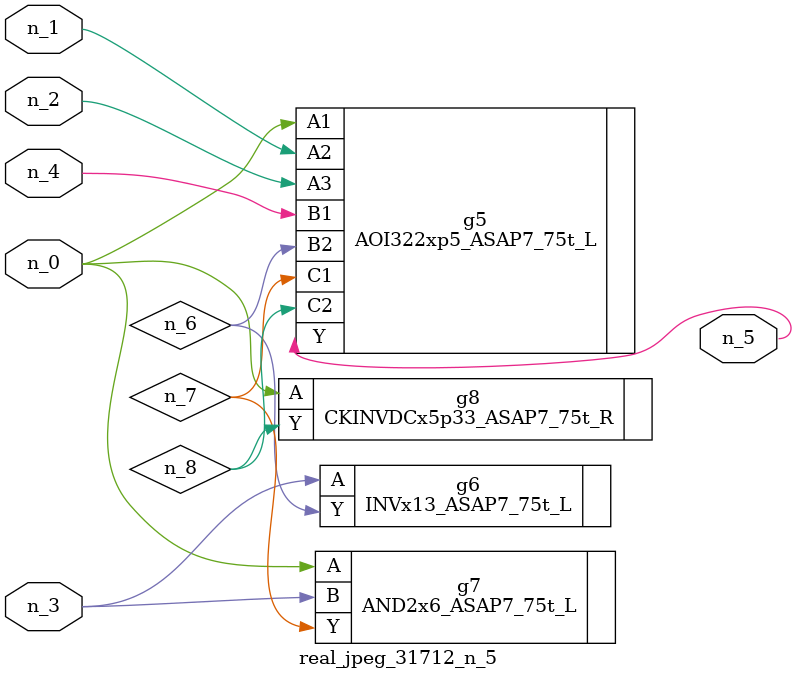
<source format=v>
module real_jpeg_31712_n_5 (n_4, n_0, n_1, n_2, n_3, n_5);

input n_4;
input n_0;
input n_1;
input n_2;
input n_3;

output n_5;

wire n_8;
wire n_6;
wire n_7;

AOI322xp5_ASAP7_75t_L g5 ( 
.A1(n_0),
.A2(n_1),
.A3(n_2),
.B1(n_4),
.B2(n_6),
.C1(n_7),
.C2(n_8),
.Y(n_5)
);

AND2x6_ASAP7_75t_L g7 ( 
.A(n_0),
.B(n_3),
.Y(n_7)
);

CKINVDCx5p33_ASAP7_75t_R g8 ( 
.A(n_0),
.Y(n_8)
);

INVx13_ASAP7_75t_L g6 ( 
.A(n_3),
.Y(n_6)
);


endmodule
</source>
